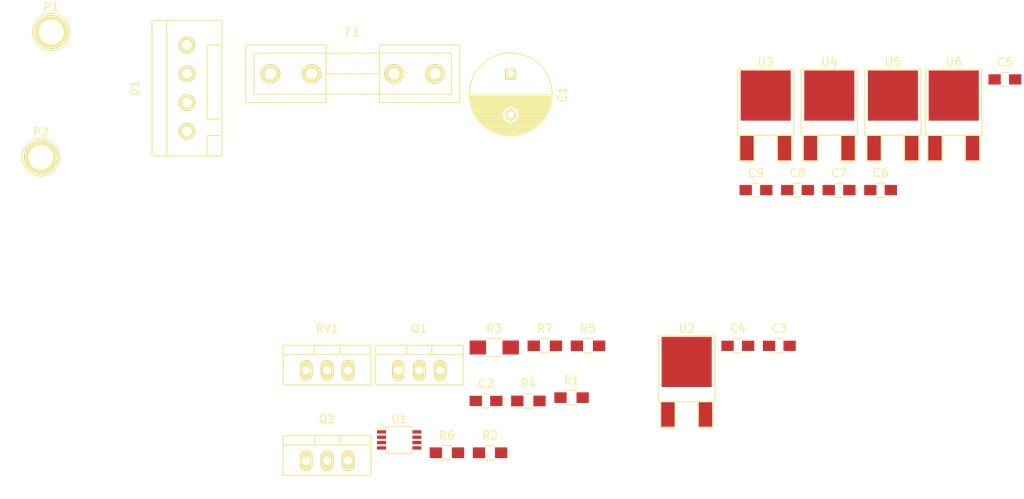
<source format=kicad_pcb>
(kicad_pcb (version 4) (host pcbnew "(2015-12-07 BZR 6352)-product")

  (general
    (links 47)
    (no_connects 47)
    (area 0 0 0 0)
    (thickness 1.6)
    (drawings 0)
    (tracks 0)
    (zones 0)
    (modules 29)
    (nets 19)
  )

  (page A4)
  (layers
    (0 F.Cu signal)
    (31 B.Cu signal)
    (32 B.Adhes user)
    (33 F.Adhes user)
    (34 B.Paste user)
    (35 F.Paste user)
    (36 B.SilkS user)
    (37 F.SilkS user)
    (38 B.Mask user)
    (39 F.Mask user)
    (40 Dwgs.User user)
    (41 Cmts.User user)
    (42 Eco1.User user)
    (43 Eco2.User user)
    (44 Edge.Cuts user)
    (45 Margin user)
    (46 B.CrtYd user)
    (47 F.CrtYd user)
    (48 B.Fab user)
    (49 F.Fab user)
  )

  (setup
    (last_trace_width 0.25)
    (trace_clearance 0.2)
    (zone_clearance 0.508)
    (zone_45_only no)
    (trace_min 0.2)
    (segment_width 0.2)
    (edge_width 0.15)
    (via_size 0.6)
    (via_drill 0.4)
    (via_min_size 0.4)
    (via_min_drill 0.3)
    (uvia_size 0.3)
    (uvia_drill 0.1)
    (uvias_allowed no)
    (uvia_min_size 0.2)
    (uvia_min_drill 0.1)
    (pcb_text_width 0.3)
    (pcb_text_size 1.5 1.5)
    (mod_edge_width 0.15)
    (mod_text_size 1 1)
    (mod_text_width 0.15)
    (pad_size 1.524 1.524)
    (pad_drill 0.762)
    (pad_to_mask_clearance 0.2)
    (aux_axis_origin 0 0)
    (visible_elements FFFFFF7F)
    (pcbplotparams
      (layerselection 0x00030_80000001)
      (usegerberextensions false)
      (excludeedgelayer true)
      (linewidth 0.100000)
      (plotframeref false)
      (viasonmask false)
      (mode 1)
      (useauxorigin false)
      (hpglpennumber 1)
      (hpglpenspeed 20)
      (hpglpendiameter 15)
      (hpglpenoverlay 2)
      (psnegative false)
      (psa4output false)
      (plotreference true)
      (plotvalue true)
      (plotinvisibletext false)
      (padsonsilk false)
      (subtractmaskfromsilk false)
      (outputformat 1)
      (mirror false)
      (drillshape 1)
      (scaleselection 1)
      (outputdirectory ""))
  )

  (net 0 "")
  (net 1 Rectified)
  (net 2 +12V)
  (net 3 OutputAfterPassFET)
  (net 4 "Net-(C6-Pad1)")
  (net 5 "Net-(C7-Pad1)")
  (net 6 "Net-(C8-Pad1)")
  (net 7 "Net-(C9-Pad1)")
  (net 8 15VAC2)
  (net 9 "Net-(D1-Pad3)")
  (net 10 15VAC1)
  (net 11 "Net-(Q1-Pad2)")
  (net 12 AmplifiedVsense)
  (net 13 OutputAfterRsense)
  (net 14 "Net-(R1-Pad2)")
  (net 15 "Net-(R4-Pad2)")
  (net 16 Vsense)
  (net 17 "Net-(R6-Pad2)")
  (net 18 "Net-(U1-Pad4)")

  (net_class Default "This is the default net class."
    (clearance 0.2)
    (trace_width 0.25)
    (via_dia 0.6)
    (via_drill 0.4)
    (uvia_dia 0.3)
    (uvia_drill 0.1)
    (add_net +12V)
    (add_net 15VAC1)
    (add_net 15VAC2)
    (add_net AmplifiedVsense)
    (add_net "Net-(C6-Pad1)")
    (add_net "Net-(C7-Pad1)")
    (add_net "Net-(C8-Pad1)")
    (add_net "Net-(C9-Pad1)")
    (add_net "Net-(D1-Pad3)")
    (add_net "Net-(Q1-Pad2)")
    (add_net "Net-(R1-Pad2)")
    (add_net "Net-(R4-Pad2)")
    (add_net "Net-(R6-Pad2)")
    (add_net "Net-(U1-Pad4)")
    (add_net OutputAfterPassFET)
    (add_net OutputAfterRsense)
    (add_net Rectified)
    (add_net Vsense)
  )

  (module Capacitors_ThroughHole:C_Radial_D10_L13_P5 (layer F.Cu) (tedit 0) (tstamp 56B51CF2)
    (at 186.69 96.52 270)
    (descr "Radial Electrolytic Capacitor Diameter 10mm x Length 13mm, Pitch 5mm")
    (tags "Electrolytic Capacitor")
    (path /56B54DF5)
    (fp_text reference C1 (at 2.5 -6.3 270) (layer F.SilkS)
      (effects (font (size 1 1) (thickness 0.15)))
    )
    (fp_text value 4u7 (at 2.5 6.3 270) (layer F.Fab)
      (effects (font (size 1 1) (thickness 0.15)))
    )
    (fp_line (start 2.575 -4.999) (end 2.575 4.999) (layer F.SilkS) (width 0.15))
    (fp_line (start 2.715 -4.995) (end 2.715 4.995) (layer F.SilkS) (width 0.15))
    (fp_line (start 2.855 -4.987) (end 2.855 4.987) (layer F.SilkS) (width 0.15))
    (fp_line (start 2.995 -4.975) (end 2.995 4.975) (layer F.SilkS) (width 0.15))
    (fp_line (start 3.135 -4.96) (end 3.135 4.96) (layer F.SilkS) (width 0.15))
    (fp_line (start 3.275 -4.94) (end 3.275 4.94) (layer F.SilkS) (width 0.15))
    (fp_line (start 3.415 -4.916) (end 3.415 4.916) (layer F.SilkS) (width 0.15))
    (fp_line (start 3.555 -4.887) (end 3.555 4.887) (layer F.SilkS) (width 0.15))
    (fp_line (start 3.695 -4.855) (end 3.695 4.855) (layer F.SilkS) (width 0.15))
    (fp_line (start 3.835 -4.818) (end 3.835 4.818) (layer F.SilkS) (width 0.15))
    (fp_line (start 3.975 -4.777) (end 3.975 4.777) (layer F.SilkS) (width 0.15))
    (fp_line (start 4.115 -4.732) (end 4.115 -0.466) (layer F.SilkS) (width 0.15))
    (fp_line (start 4.115 0.466) (end 4.115 4.732) (layer F.SilkS) (width 0.15))
    (fp_line (start 4.255 -4.682) (end 4.255 -0.667) (layer F.SilkS) (width 0.15))
    (fp_line (start 4.255 0.667) (end 4.255 4.682) (layer F.SilkS) (width 0.15))
    (fp_line (start 4.395 -4.627) (end 4.395 -0.796) (layer F.SilkS) (width 0.15))
    (fp_line (start 4.395 0.796) (end 4.395 4.627) (layer F.SilkS) (width 0.15))
    (fp_line (start 4.535 -4.567) (end 4.535 -0.885) (layer F.SilkS) (width 0.15))
    (fp_line (start 4.535 0.885) (end 4.535 4.567) (layer F.SilkS) (width 0.15))
    (fp_line (start 4.675 -4.502) (end 4.675 -0.946) (layer F.SilkS) (width 0.15))
    (fp_line (start 4.675 0.946) (end 4.675 4.502) (layer F.SilkS) (width 0.15))
    (fp_line (start 4.815 -4.432) (end 4.815 -0.983) (layer F.SilkS) (width 0.15))
    (fp_line (start 4.815 0.983) (end 4.815 4.432) (layer F.SilkS) (width 0.15))
    (fp_line (start 4.955 -4.356) (end 4.955 -0.999) (layer F.SilkS) (width 0.15))
    (fp_line (start 4.955 0.999) (end 4.955 4.356) (layer F.SilkS) (width 0.15))
    (fp_line (start 5.095 -4.274) (end 5.095 -0.995) (layer F.SilkS) (width 0.15))
    (fp_line (start 5.095 0.995) (end 5.095 4.274) (layer F.SilkS) (width 0.15))
    (fp_line (start 5.235 -4.186) (end 5.235 -0.972) (layer F.SilkS) (width 0.15))
    (fp_line (start 5.235 0.972) (end 5.235 4.186) (layer F.SilkS) (width 0.15))
    (fp_line (start 5.375 -4.091) (end 5.375 -0.927) (layer F.SilkS) (width 0.15))
    (fp_line (start 5.375 0.927) (end 5.375 4.091) (layer F.SilkS) (width 0.15))
    (fp_line (start 5.515 -3.989) (end 5.515 -0.857) (layer F.SilkS) (width 0.15))
    (fp_line (start 5.515 0.857) (end 5.515 3.989) (layer F.SilkS) (width 0.15))
    (fp_line (start 5.655 -3.879) (end 5.655 -0.756) (layer F.SilkS) (width 0.15))
    (fp_line (start 5.655 0.756) (end 5.655 3.879) (layer F.SilkS) (width 0.15))
    (fp_line (start 5.795 -3.761) (end 5.795 -0.607) (layer F.SilkS) (width 0.15))
    (fp_line (start 5.795 0.607) (end 5.795 3.761) (layer F.SilkS) (width 0.15))
    (fp_line (start 5.935 -3.633) (end 5.935 -0.355) (layer F.SilkS) (width 0.15))
    (fp_line (start 5.935 0.355) (end 5.935 3.633) (layer F.SilkS) (width 0.15))
    (fp_line (start 6.075 -3.496) (end 6.075 3.496) (layer F.SilkS) (width 0.15))
    (fp_line (start 6.215 -3.346) (end 6.215 3.346) (layer F.SilkS) (width 0.15))
    (fp_line (start 6.355 -3.184) (end 6.355 3.184) (layer F.SilkS) (width 0.15))
    (fp_line (start 6.495 -3.007) (end 6.495 3.007) (layer F.SilkS) (width 0.15))
    (fp_line (start 6.635 -2.811) (end 6.635 2.811) (layer F.SilkS) (width 0.15))
    (fp_line (start 6.775 -2.593) (end 6.775 2.593) (layer F.SilkS) (width 0.15))
    (fp_line (start 6.915 -2.347) (end 6.915 2.347) (layer F.SilkS) (width 0.15))
    (fp_line (start 7.055 -2.062) (end 7.055 2.062) (layer F.SilkS) (width 0.15))
    (fp_line (start 7.195 -1.72) (end 7.195 1.72) (layer F.SilkS) (width 0.15))
    (fp_line (start 7.335 -1.274) (end 7.335 1.274) (layer F.SilkS) (width 0.15))
    (fp_line (start 7.475 -0.499) (end 7.475 0.499) (layer F.SilkS) (width 0.15))
    (fp_circle (center 5 0) (end 5 -1) (layer F.SilkS) (width 0.15))
    (fp_circle (center 2.5 0) (end 2.5 -5.0375) (layer F.SilkS) (width 0.15))
    (fp_circle (center 2.5 0) (end 2.5 -5.3) (layer F.CrtYd) (width 0.05))
    (pad 1 thru_hole rect (at 0 0 270) (size 1.3 1.3) (drill 0.8) (layers *.Cu *.Mask F.SilkS)
      (net 1 Rectified))
    (pad 2 thru_hole circle (at 5 0 270) (size 1.3 1.3) (drill 0.8) (layers *.Cu *.Mask F.SilkS)
      (net 2 +12V))
    (model Capacitors_ThroughHole.3dshapes/C_Radial_D10_L13_P5.wrl
      (at (xyz 0.0984252 0 0))
      (scale (xyz 1 1 1))
      (rotate (xyz 0 0 90))
    )
  )

  (module Capacitors_SMD:C_0805_HandSoldering (layer F.Cu) (tedit 541A9B8D) (tstamp 56B51CF8)
    (at 183.695001 136.305)
    (descr "Capacitor SMD 0805, hand soldering")
    (tags "capacitor 0805")
    (path /56B51364/56B52E75)
    (attr smd)
    (fp_text reference C2 (at 0 -2.1) (layer F.SilkS)
      (effects (font (size 1 1) (thickness 0.15)))
    )
    (fp_text value .1u (at 0 2.1) (layer F.Fab)
      (effects (font (size 1 1) (thickness 0.15)))
    )
    (fp_line (start -2.3 -1) (end 2.3 -1) (layer F.CrtYd) (width 0.05))
    (fp_line (start -2.3 1) (end 2.3 1) (layer F.CrtYd) (width 0.05))
    (fp_line (start -2.3 -1) (end -2.3 1) (layer F.CrtYd) (width 0.05))
    (fp_line (start 2.3 -1) (end 2.3 1) (layer F.CrtYd) (width 0.05))
    (fp_line (start 0.5 -0.85) (end -0.5 -0.85) (layer F.SilkS) (width 0.15))
    (fp_line (start -0.5 0.85) (end 0.5 0.85) (layer F.SilkS) (width 0.15))
    (pad 1 smd rect (at -1.25 0) (size 1.5 1.25) (layers F.Cu F.Paste F.Mask)
      (net 2 +12V))
    (pad 2 smd rect (at 1.25 0) (size 1.5 1.25) (layers F.Cu F.Paste F.Mask)
      (net 2 +12V))
    (model Capacitors_SMD.3dshapes/C_0805_HandSoldering.wrl
      (at (xyz 0 0 0))
      (scale (xyz 1 1 1))
      (rotate (xyz 0 0 0))
    )
  )

  (module Capacitors_SMD:C_0805_HandSoldering (layer F.Cu) (tedit 541A9B8D) (tstamp 56B51CFE)
    (at 219.365001 129.605)
    (descr "Capacitor SMD 0805, hand soldering")
    (tags "capacitor 0805")
    (path /56B551E0/56B551FA)
    (attr smd)
    (fp_text reference C3 (at 0 -2.1) (layer F.SilkS)
      (effects (font (size 1 1) (thickness 0.15)))
    )
    (fp_text value C (at 0 2.1) (layer F.Fab)
      (effects (font (size 1 1) (thickness 0.15)))
    )
    (fp_line (start -2.3 -1) (end 2.3 -1) (layer F.CrtYd) (width 0.05))
    (fp_line (start -2.3 1) (end 2.3 1) (layer F.CrtYd) (width 0.05))
    (fp_line (start -2.3 -1) (end -2.3 1) (layer F.CrtYd) (width 0.05))
    (fp_line (start 2.3 -1) (end 2.3 1) (layer F.CrtYd) (width 0.05))
    (fp_line (start 0.5 -0.85) (end -0.5 -0.85) (layer F.SilkS) (width 0.15))
    (fp_line (start -0.5 0.85) (end 0.5 0.85) (layer F.SilkS) (width 0.15))
    (pad 1 smd rect (at -1.25 0) (size 1.5 1.25) (layers F.Cu F.Paste F.Mask)
      (net 1 Rectified))
    (pad 2 smd rect (at 1.25 0) (size 1.5 1.25) (layers F.Cu F.Paste F.Mask)
      (net 2 +12V))
    (model Capacitors_SMD.3dshapes/C_0805_HandSoldering.wrl
      (at (xyz 0 0 0))
      (scale (xyz 1 1 1))
      (rotate (xyz 0 0 0))
    )
  )

  (module Capacitors_SMD:C_0805_HandSoldering (layer F.Cu) (tedit 541A9B8D) (tstamp 56B51D04)
    (at 214.315001 129.605)
    (descr "Capacitor SMD 0805, hand soldering")
    (tags "capacitor 0805")
    (path /56B551E0/56B552D1)
    (attr smd)
    (fp_text reference C4 (at 0 -2.1) (layer F.SilkS)
      (effects (font (size 1 1) (thickness 0.15)))
    )
    (fp_text value C (at 0 2.1) (layer F.Fab)
      (effects (font (size 1 1) (thickness 0.15)))
    )
    (fp_line (start -2.3 -1) (end 2.3 -1) (layer F.CrtYd) (width 0.05))
    (fp_line (start -2.3 1) (end 2.3 1) (layer F.CrtYd) (width 0.05))
    (fp_line (start -2.3 -1) (end -2.3 1) (layer F.CrtYd) (width 0.05))
    (fp_line (start 2.3 -1) (end 2.3 1) (layer F.CrtYd) (width 0.05))
    (fp_line (start 0.5 -0.85) (end -0.5 -0.85) (layer F.SilkS) (width 0.15))
    (fp_line (start -0.5 0.85) (end 0.5 0.85) (layer F.SilkS) (width 0.15))
    (pad 1 smd rect (at -1.25 0) (size 1.5 1.25) (layers F.Cu F.Paste F.Mask)
      (net 2 +12V))
    (pad 2 smd rect (at 1.25 0) (size 1.5 1.25) (layers F.Cu F.Paste F.Mask)
      (net 2 +12V))
    (model Capacitors_SMD.3dshapes/C_0805_HandSoldering.wrl
      (at (xyz 0 0 0))
      (scale (xyz 1 1 1))
      (rotate (xyz 0 0 0))
    )
  )

  (module Capacitors_SMD:C_0805_HandSoldering (layer F.Cu) (tedit 541A9B8D) (tstamp 56B51D0A)
    (at 246.795001 97.205)
    (descr "Capacitor SMD 0805, hand soldering")
    (tags "capacitor 0805")
    (path /56B566F7/56B568A6)
    (attr smd)
    (fp_text reference C5 (at 0 -2.1) (layer F.SilkS)
      (effects (font (size 1 1) (thickness 0.15)))
    )
    (fp_text value C (at 0 2.1) (layer F.Fab)
      (effects (font (size 1 1) (thickness 0.15)))
    )
    (fp_line (start -2.3 -1) (end 2.3 -1) (layer F.CrtYd) (width 0.05))
    (fp_line (start -2.3 1) (end 2.3 1) (layer F.CrtYd) (width 0.05))
    (fp_line (start -2.3 -1) (end -2.3 1) (layer F.CrtYd) (width 0.05))
    (fp_line (start 2.3 -1) (end 2.3 1) (layer F.CrtYd) (width 0.05))
    (fp_line (start 0.5 -0.85) (end -0.5 -0.85) (layer F.SilkS) (width 0.15))
    (fp_line (start -0.5 0.85) (end 0.5 0.85) (layer F.SilkS) (width 0.15))
    (pad 1 smd rect (at -1.25 0) (size 1.5 1.25) (layers F.Cu F.Paste F.Mask)
      (net 3 OutputAfterPassFET))
    (pad 2 smd rect (at 1.25 0) (size 1.5 1.25) (layers F.Cu F.Paste F.Mask)
      (net 2 +12V))
    (model Capacitors_SMD.3dshapes/C_0805_HandSoldering.wrl
      (at (xyz 0 0 0))
      (scale (xyz 1 1 1))
      (rotate (xyz 0 0 0))
    )
  )

  (module Capacitors_SMD:C_0805_HandSoldering (layer F.Cu) (tedit 541A9B8D) (tstamp 56B51D10)
    (at 231.675001 110.665)
    (descr "Capacitor SMD 0805, hand soldering")
    (tags "capacitor 0805")
    (path /56B566F7/56B568D5)
    (attr smd)
    (fp_text reference C6 (at 0 -2.1) (layer F.SilkS)
      (effects (font (size 1 1) (thickness 0.15)))
    )
    (fp_text value C (at 0 2.1) (layer F.Fab)
      (effects (font (size 1 1) (thickness 0.15)))
    )
    (fp_line (start -2.3 -1) (end 2.3 -1) (layer F.CrtYd) (width 0.05))
    (fp_line (start -2.3 1) (end 2.3 1) (layer F.CrtYd) (width 0.05))
    (fp_line (start -2.3 -1) (end -2.3 1) (layer F.CrtYd) (width 0.05))
    (fp_line (start 2.3 -1) (end 2.3 1) (layer F.CrtYd) (width 0.05))
    (fp_line (start 0.5 -0.85) (end -0.5 -0.85) (layer F.SilkS) (width 0.15))
    (fp_line (start -0.5 0.85) (end 0.5 0.85) (layer F.SilkS) (width 0.15))
    (pad 1 smd rect (at -1.25 0) (size 1.5 1.25) (layers F.Cu F.Paste F.Mask)
      (net 4 "Net-(C6-Pad1)"))
    (pad 2 smd rect (at 1.25 0) (size 1.5 1.25) (layers F.Cu F.Paste F.Mask)
      (net 2 +12V))
    (model Capacitors_SMD.3dshapes/C_0805_HandSoldering.wrl
      (at (xyz 0 0 0))
      (scale (xyz 1 1 1))
      (rotate (xyz 0 0 0))
    )
  )

  (module Capacitors_SMD:C_0805_HandSoldering (layer F.Cu) (tedit 541A9B8D) (tstamp 56B51D16)
    (at 226.625001 110.665)
    (descr "Capacitor SMD 0805, hand soldering")
    (tags "capacitor 0805")
    (path /56B566F7/56B569BD)
    (attr smd)
    (fp_text reference C7 (at 0 -2.1) (layer F.SilkS)
      (effects (font (size 1 1) (thickness 0.15)))
    )
    (fp_text value C (at 0 2.1) (layer F.Fab)
      (effects (font (size 1 1) (thickness 0.15)))
    )
    (fp_line (start -2.3 -1) (end 2.3 -1) (layer F.CrtYd) (width 0.05))
    (fp_line (start -2.3 1) (end 2.3 1) (layer F.CrtYd) (width 0.05))
    (fp_line (start -2.3 -1) (end -2.3 1) (layer F.CrtYd) (width 0.05))
    (fp_line (start 2.3 -1) (end 2.3 1) (layer F.CrtYd) (width 0.05))
    (fp_line (start 0.5 -0.85) (end -0.5 -0.85) (layer F.SilkS) (width 0.15))
    (fp_line (start -0.5 0.85) (end 0.5 0.85) (layer F.SilkS) (width 0.15))
    (pad 1 smd rect (at -1.25 0) (size 1.5 1.25) (layers F.Cu F.Paste F.Mask)
      (net 5 "Net-(C7-Pad1)"))
    (pad 2 smd rect (at 1.25 0) (size 1.5 1.25) (layers F.Cu F.Paste F.Mask)
      (net 2 +12V))
    (model Capacitors_SMD.3dshapes/C_0805_HandSoldering.wrl
      (at (xyz 0 0 0))
      (scale (xyz 1 1 1))
      (rotate (xyz 0 0 0))
    )
  )

  (module Capacitors_SMD:C_0805_HandSoldering (layer F.Cu) (tedit 541A9B8D) (tstamp 56B51D1C)
    (at 221.575001 110.665)
    (descr "Capacitor SMD 0805, hand soldering")
    (tags "capacitor 0805")
    (path /56B566F7/56B56B0D)
    (attr smd)
    (fp_text reference C8 (at 0 -2.1) (layer F.SilkS)
      (effects (font (size 1 1) (thickness 0.15)))
    )
    (fp_text value C (at 0 2.1) (layer F.Fab)
      (effects (font (size 1 1) (thickness 0.15)))
    )
    (fp_line (start -2.3 -1) (end 2.3 -1) (layer F.CrtYd) (width 0.05))
    (fp_line (start -2.3 1) (end 2.3 1) (layer F.CrtYd) (width 0.05))
    (fp_line (start -2.3 -1) (end -2.3 1) (layer F.CrtYd) (width 0.05))
    (fp_line (start 2.3 -1) (end 2.3 1) (layer F.CrtYd) (width 0.05))
    (fp_line (start 0.5 -0.85) (end -0.5 -0.85) (layer F.SilkS) (width 0.15))
    (fp_line (start -0.5 0.85) (end 0.5 0.85) (layer F.SilkS) (width 0.15))
    (pad 1 smd rect (at -1.25 0) (size 1.5 1.25) (layers F.Cu F.Paste F.Mask)
      (net 6 "Net-(C8-Pad1)"))
    (pad 2 smd rect (at 1.25 0) (size 1.5 1.25) (layers F.Cu F.Paste F.Mask)
      (net 2 +12V))
    (model Capacitors_SMD.3dshapes/C_0805_HandSoldering.wrl
      (at (xyz 0 0 0))
      (scale (xyz 1 1 1))
      (rotate (xyz 0 0 0))
    )
  )

  (module Capacitors_SMD:C_0805_HandSoldering (layer F.Cu) (tedit 541A9B8D) (tstamp 56B51D22)
    (at 216.525001 110.665)
    (descr "Capacitor SMD 0805, hand soldering")
    (tags "capacitor 0805")
    (path /56B566F7/56B56D63)
    (attr smd)
    (fp_text reference C9 (at 0 -2.1) (layer F.SilkS)
      (effects (font (size 1 1) (thickness 0.15)))
    )
    (fp_text value C (at 0 2.1) (layer F.Fab)
      (effects (font (size 1 1) (thickness 0.15)))
    )
    (fp_line (start -2.3 -1) (end 2.3 -1) (layer F.CrtYd) (width 0.05))
    (fp_line (start -2.3 1) (end 2.3 1) (layer F.CrtYd) (width 0.05))
    (fp_line (start -2.3 -1) (end -2.3 1) (layer F.CrtYd) (width 0.05))
    (fp_line (start 2.3 -1) (end 2.3 1) (layer F.CrtYd) (width 0.05))
    (fp_line (start 0.5 -0.85) (end -0.5 -0.85) (layer F.SilkS) (width 0.15))
    (fp_line (start -0.5 0.85) (end 0.5 0.85) (layer F.SilkS) (width 0.15))
    (pad 1 smd rect (at -1.25 0) (size 1.5 1.25) (layers F.Cu F.Paste F.Mask)
      (net 7 "Net-(C9-Pad1)"))
    (pad 2 smd rect (at 1.25 0) (size 1.5 1.25) (layers F.Cu F.Paste F.Mask)
      (net 2 +12V))
    (model Capacitors_SMD.3dshapes/C_0805_HandSoldering.wrl
      (at (xyz 0 0 0))
      (scale (xyz 1 1 1))
      (rotate (xyz 0 0 0))
    )
  )

  (module Sockets_WAGO734:WAGO_734_4pin_Straight (layer F.Cu) (tedit 0) (tstamp 56B51D2A)
    (at 147.32 98.27006 90)
    (descr "WAGO, Serie 734, Socket, Stiftleiste, 4 polig, 4 pin, straight, gerade, Date 05Jul2010,")
    (tags "WAGO, Serie 734, Socket, Stiftleiste, 4 polig, 4 pin, straight, gerade, Date 05Jul2010,")
    (path /56B548BA)
    (fp_text reference D1 (at 0 -6.35 90) (layer F.SilkS)
      (effects (font (size 1 1) (thickness 0.15)))
    )
    (fp_text value Diode_Bridge (at 0 6.35 90) (layer F.Fab)
      (effects (font (size 1 1) (thickness 0.15)))
    )
    (fp_line (start -8.24992 -2.4511) (end 8.24992 -2.4511) (layer F.SilkS) (width 0.15))
    (fp_line (start 5.25018 4.24942) (end 5.25018 2.4511) (layer F.SilkS) (width 0.15))
    (fp_line (start 5.25018 2.4511) (end -3.74904 2.4511) (layer F.SilkS) (width 0.15))
    (fp_line (start -3.74904 4.24942) (end -3.74904 2.4511) (layer F.SilkS) (width 0.15))
    (fp_line (start -8.24992 2.4511) (end -5.75056 2.4511) (layer F.SilkS) (width 0.15))
    (fp_line (start -5.75056 2.4511) (end -5.75056 4.20116) (layer F.SilkS) (width 0.15))
    (fp_line (start 0 4.24942) (end -8.24992 4.24942) (layer F.SilkS) (width 0.15))
    (fp_line (start -8.24992 4.24942) (end -8.24992 -4.24942) (layer F.SilkS) (width 0.15))
    (fp_line (start -8.24992 -4.24942) (end 8.24992 -4.24942) (layer F.SilkS) (width 0.15))
    (fp_line (start 8.24992 -4.24942) (end 8.24992 4.24942) (layer F.SilkS) (width 0.15))
    (fp_line (start 8.24992 4.24942) (end 0 4.24942) (layer F.SilkS) (width 0.15))
    (pad 2 thru_hole circle (at -1.75006 0 90) (size 1.99898 1.99898) (drill 1.19888) (layers *.Cu *.Mask F.SilkS)
      (net 8 15VAC2))
    (pad 1 thru_hole circle (at -5.25018 0 90) (size 1.99898 1.99898) (drill 1.19888) (layers *.Cu *.Mask F.SilkS)
      (net 2 +12V))
    (pad 3 thru_hole circle (at 1.75006 0 90) (size 1.99898 1.99898) (drill 1.19888) (layers *.Cu *.Mask F.SilkS)
      (net 9 "Net-(D1-Pad3)"))
    (pad 4 thru_hole circle (at 5.25018 0 90) (size 1.99898 1.99898) (drill 1.19888) (layers *.Cu *.Mask F.SilkS)
      (net 10 15VAC1))
  )

  (module Fuse_Holders_and_Fuses:Fuseholder5x20_horiz_open_inline_Type-I (layer F.Cu) (tedit 0) (tstamp 56B51D32)
    (at 167.47998 96.52)
    (descr "Fuseholder, 5x20, open, horizontal, Type-I, Inline,")
    (tags "Fuseholder, 5x20, open, horizontal, Type-I, Inline, Sicherungshalter, offen,")
    (path /56B54E3B)
    (fp_text reference F1 (at 0 -5.08) (layer F.SilkS)
      (effects (font (size 1 1) (thickness 0.15)))
    )
    (fp_text value FUSE (at 1.27 5.08) (layer F.Fab)
      (effects (font (size 1 1) (thickness 0.15)))
    )
    (fp_line (start 3.2512 0) (end -3.2512 0) (layer F.SilkS) (width 0.15))
    (fp_line (start 3.2512 -3.50012) (end 3.2512 3.50012) (layer F.SilkS) (width 0.15))
    (fp_line (start 11.99896 3.50012) (end 3.2512 3.50012) (layer F.SilkS) (width 0.15))
    (fp_line (start 11.99896 -3.50012) (end 3.2512 -3.50012) (layer F.SilkS) (width 0.15))
    (fp_line (start -10.74928 2.49936) (end -11.99896 2.49936) (layer F.SilkS) (width 0.15))
    (fp_line (start -10.50036 -2.49936) (end -11.99896 -2.49936) (layer F.SilkS) (width 0.15))
    (fp_line (start 1.50114 2.49936) (end -10.74928 2.49936) (layer F.SilkS) (width 0.15))
    (fp_line (start 1.24968 -2.49936) (end -10.50036 -2.49936) (layer F.SilkS) (width 0.15))
    (fp_line (start 11.99896 2.49936) (end 1.50114 2.49936) (layer F.SilkS) (width 0.15))
    (fp_line (start 11.99896 -2.49936) (end 1.24968 -2.49936) (layer F.SilkS) (width 0.15))
    (fp_line (start 11.99896 -2.49936) (end 11.99896 2.49936) (layer F.SilkS) (width 0.15))
    (fp_line (start 12.99972 -3.50012) (end 11.99896 -3.50012) (layer F.SilkS) (width 0.15))
    (fp_line (start 12.99972 -3.50012) (end 12.99972 3.50012) (layer F.SilkS) (width 0.15))
    (fp_line (start 12.99972 3.50012) (end 11.99896 3.50012) (layer F.SilkS) (width 0.15))
    (fp_line (start -11.99896 -2.49936) (end -11.99896 2.49936) (layer F.SilkS) (width 0.15))
    (fp_line (start -3.2512 -3.50012) (end -12.99972 -3.50012) (layer F.SilkS) (width 0.15))
    (fp_line (start -12.99972 -3.50012) (end -12.99972 3.50012) (layer F.SilkS) (width 0.15))
    (fp_line (start -3.2512 3.50012) (end -12.99972 3.50012) (layer F.SilkS) (width 0.15))
    (fp_line (start -3.2512 -3.50012) (end -3.2512 3.50012) (layer F.SilkS) (width 0.15))
    (pad 2 thru_hole circle (at 5.00126 0) (size 2.3495 2.3495) (drill 1.34874) (layers *.Cu *.Mask F.SilkS)
      (net 1 Rectified))
    (pad 2 thru_hole circle (at 9.99998 0) (size 2.3495 2.3495) (drill 1.34874) (layers *.Cu *.Mask F.SilkS)
      (net 1 Rectified))
    (pad 1 thru_hole circle (at -5.00126 0) (size 2.3495 2.3495) (drill 1.34874) (layers *.Cu *.Mask F.SilkS)
      (net 9 "Net-(D1-Pad3)"))
    (pad 1 thru_hole circle (at -9.99998 0) (size 2.3495 2.3495) (drill 1.34874) (layers *.Cu *.Mask F.SilkS)
      (net 9 "Net-(D1-Pad3)"))
  )

  (module Connect:1pin (layer F.Cu) (tedit 0) (tstamp 56B51D37)
    (at 130.81 91.44)
    (descr "module 1 pin (ou trou mecanique de percage)")
    (tags DEV)
    (path /56B51153)
    (fp_text reference P1 (at 0 -3.048) (layer F.SilkS)
      (effects (font (size 1 1) (thickness 0.15)))
    )
    (fp_text value CONN_01X01 (at 0 2.794) (layer F.Fab)
      (effects (font (size 1 1) (thickness 0.15)))
    )
    (fp_circle (center 0 0) (end 0 -2.286) (layer F.SilkS) (width 0.15))
    (pad 1 thru_hole circle (at 0 0) (size 4.064 4.064) (drill 3.048) (layers *.Cu *.Mask F.SilkS)
      (net 10 15VAC1))
  )

  (module Connect:1pin (layer F.Cu) (tedit 0) (tstamp 56B51D3C)
    (at 129.54 106.68)
    (descr "module 1 pin (ou trou mecanique de percage)")
    (tags DEV)
    (path /56B51202)
    (fp_text reference P2 (at 0 -3.048) (layer F.SilkS)
      (effects (font (size 1 1) (thickness 0.15)))
    )
    (fp_text value CONN_01X01 (at 0 2.794) (layer F.Fab)
      (effects (font (size 1 1) (thickness 0.15)))
    )
    (fp_circle (center 0 0) (end 0 -2.286) (layer F.SilkS) (width 0.15))
    (pad 1 thru_hole circle (at 0 0) (size 4.064 4.064) (drill 3.048) (layers *.Cu *.Mask F.SilkS)
      (net 8 15VAC2))
  )

  (module TO_SOT_Packages_THT:TO-220_Neutral123_Vertical (layer F.Cu) (tedit 0) (tstamp 56B51D43)
    (at 175.569001 132.585)
    (descr "TO-220, Neutral, Vertical,")
    (tags "TO-220, Neutral, Vertical,")
    (path /56B51364/56B52752)
    (fp_text reference Q1 (at 0 -5.08) (layer F.SilkS)
      (effects (font (size 1 1) (thickness 0.15)))
    )
    (fp_text value Q_NMOS_DGS (at 0 3.81) (layer F.Fab)
      (effects (font (size 1 1) (thickness 0.15)))
    )
    (fp_line (start -1.524 -3.048) (end -1.524 -1.905) (layer F.SilkS) (width 0.15))
    (fp_line (start 1.524 -3.048) (end 1.524 -1.905) (layer F.SilkS) (width 0.15))
    (fp_line (start 5.334 -1.905) (end 5.334 1.778) (layer F.SilkS) (width 0.15))
    (fp_line (start 5.334 1.778) (end -5.334 1.778) (layer F.SilkS) (width 0.15))
    (fp_line (start -5.334 1.778) (end -5.334 -1.905) (layer F.SilkS) (width 0.15))
    (fp_line (start 5.334 -3.048) (end 5.334 -1.905) (layer F.SilkS) (width 0.15))
    (fp_line (start 5.334 -1.905) (end -5.334 -1.905) (layer F.SilkS) (width 0.15))
    (fp_line (start -5.334 -1.905) (end -5.334 -3.048) (layer F.SilkS) (width 0.15))
    (fp_line (start 0 -3.048) (end -5.334 -3.048) (layer F.SilkS) (width 0.15))
    (fp_line (start 0 -3.048) (end 5.334 -3.048) (layer F.SilkS) (width 0.15))
    (pad 2 thru_hole oval (at 0 0 90) (size 2.49936 1.50114) (drill 1.00076) (layers *.Cu *.Mask F.SilkS)
      (net 11 "Net-(Q1-Pad2)"))
    (pad 1 thru_hole oval (at -2.54 0 90) (size 2.49936 1.50114) (drill 1.00076) (layers *.Cu *.Mask F.SilkS)
      (net 2 +12V))
    (pad 3 thru_hole oval (at 2.54 0 90) (size 2.49936 1.50114) (drill 1.00076) (layers *.Cu *.Mask F.SilkS)
      (net 12 AmplifiedVsense))
    (model TO_SOT_Packages_THT.3dshapes/TO-220_Neutral123_Vertical.wrl
      (at (xyz 0 0 0))
      (scale (xyz 0.3937 0.3937 0.3937))
      (rotate (xyz 0 0 0))
    )
  )

  (module TO_SOT_Packages_THT:TO-220_Neutral123_Vertical (layer F.Cu) (tedit 0) (tstamp 56B51D4A)
    (at 164.359001 143.575)
    (descr "TO-220, Neutral, Vertical,")
    (tags "TO-220, Neutral, Vertical,")
    (path /56B51364/56B56139)
    (fp_text reference Q2 (at 0 -5.08) (layer F.SilkS)
      (effects (font (size 1 1) (thickness 0.15)))
    )
    (fp_text value Q_PMOS_DGS (at 0 3.81) (layer F.Fab)
      (effects (font (size 1 1) (thickness 0.15)))
    )
    (fp_line (start -1.524 -3.048) (end -1.524 -1.905) (layer F.SilkS) (width 0.15))
    (fp_line (start 1.524 -3.048) (end 1.524 -1.905) (layer F.SilkS) (width 0.15))
    (fp_line (start 5.334 -1.905) (end 5.334 1.778) (layer F.SilkS) (width 0.15))
    (fp_line (start 5.334 1.778) (end -5.334 1.778) (layer F.SilkS) (width 0.15))
    (fp_line (start -5.334 1.778) (end -5.334 -1.905) (layer F.SilkS) (width 0.15))
    (fp_line (start 5.334 -3.048) (end 5.334 -1.905) (layer F.SilkS) (width 0.15))
    (fp_line (start 5.334 -1.905) (end -5.334 -1.905) (layer F.SilkS) (width 0.15))
    (fp_line (start -5.334 -1.905) (end -5.334 -3.048) (layer F.SilkS) (width 0.15))
    (fp_line (start 0 -3.048) (end -5.334 -3.048) (layer F.SilkS) (width 0.15))
    (fp_line (start 0 -3.048) (end 5.334 -3.048) (layer F.SilkS) (width 0.15))
    (pad 2 thru_hole oval (at 0 0 90) (size 2.49936 1.50114) (drill 1.00076) (layers *.Cu *.Mask F.SilkS)
      (net 12 AmplifiedVsense))
    (pad 1 thru_hole oval (at -2.54 0 90) (size 2.49936 1.50114) (drill 1.00076) (layers *.Cu *.Mask F.SilkS)
      (net 3 OutputAfterPassFET))
    (pad 3 thru_hole oval (at 2.54 0 90) (size 2.49936 1.50114) (drill 1.00076) (layers *.Cu *.Mask F.SilkS)
      (net 13 OutputAfterRsense))
    (model TO_SOT_Packages_THT.3dshapes/TO-220_Neutral123_Vertical.wrl
      (at (xyz 0 0 0))
      (scale (xyz 0.3937 0.3937 0.3937))
      (rotate (xyz 0 0 0))
    )
  )

  (module Resistors_SMD:R_0805_HandSoldering (layer F.Cu) (tedit 54189DEE) (tstamp 56B51D50)
    (at 194.095001 135.905)
    (descr "Resistor SMD 0805, hand soldering")
    (tags "resistor 0805")
    (path /56B51364/56B5142E)
    (attr smd)
    (fp_text reference R1 (at 0 -2.1) (layer F.SilkS)
      (effects (font (size 1 1) (thickness 0.15)))
    )
    (fp_text value 10K (at 0 2.1) (layer F.Fab)
      (effects (font (size 1 1) (thickness 0.15)))
    )
    (fp_line (start -2.4 -1) (end 2.4 -1) (layer F.CrtYd) (width 0.05))
    (fp_line (start -2.4 1) (end 2.4 1) (layer F.CrtYd) (width 0.05))
    (fp_line (start -2.4 -1) (end -2.4 1) (layer F.CrtYd) (width 0.05))
    (fp_line (start 2.4 -1) (end 2.4 1) (layer F.CrtYd) (width 0.05))
    (fp_line (start 0.6 0.875) (end -0.6 0.875) (layer F.SilkS) (width 0.15))
    (fp_line (start -0.6 -0.875) (end 0.6 -0.875) (layer F.SilkS) (width 0.15))
    (pad 1 smd rect (at -1.35 0) (size 1.5 1.3) (layers F.Cu F.Paste F.Mask)
      (net 1 Rectified))
    (pad 2 smd rect (at 1.35 0) (size 1.5 1.3) (layers F.Cu F.Paste F.Mask)
      (net 14 "Net-(R1-Pad2)"))
    (model Resistors_SMD.3dshapes/R_0805_HandSoldering.wrl
      (at (xyz 0 0 0))
      (scale (xyz 1 1 1))
      (rotate (xyz 0 0 0))
    )
  )

  (module Resistors_SMD:R_0805_HandSoldering (layer F.Cu) (tedit 54189DEE) (tstamp 56B51D56)
    (at 184.185001 142.605)
    (descr "Resistor SMD 0805, hand soldering")
    (tags "resistor 0805")
    (path /56B51364/56B51478)
    (attr smd)
    (fp_text reference R2 (at 0 -2.1) (layer F.SilkS)
      (effects (font (size 1 1) (thickness 0.15)))
    )
    (fp_text value 10K (at 0 2.1) (layer F.Fab)
      (effects (font (size 1 1) (thickness 0.15)))
    )
    (fp_line (start -2.4 -1) (end 2.4 -1) (layer F.CrtYd) (width 0.05))
    (fp_line (start -2.4 1) (end 2.4 1) (layer F.CrtYd) (width 0.05))
    (fp_line (start -2.4 -1) (end -2.4 1) (layer F.CrtYd) (width 0.05))
    (fp_line (start 2.4 -1) (end 2.4 1) (layer F.CrtYd) (width 0.05))
    (fp_line (start 0.6 0.875) (end -0.6 0.875) (layer F.SilkS) (width 0.15))
    (fp_line (start -0.6 -0.875) (end 0.6 -0.875) (layer F.SilkS) (width 0.15))
    (pad 1 smd rect (at -1.35 0) (size 1.5 1.3) (layers F.Cu F.Paste F.Mask)
      (net 14 "Net-(R1-Pad2)"))
    (pad 2 smd rect (at 1.35 0) (size 1.5 1.3) (layers F.Cu F.Paste F.Mask)
      (net 2 +12V))
    (model Resistors_SMD.3dshapes/R_0805_HandSoldering.wrl
      (at (xyz 0 0 0))
      (scale (xyz 1 1 1))
      (rotate (xyz 0 0 0))
    )
  )

  (module Resistors_SMD:R_1206_HandSoldering (layer F.Cu) (tedit 5418A20D) (tstamp 56B51D5C)
    (at 184.695001 129.805)
    (descr "Resistor SMD 1206, hand soldering")
    (tags "resistor 1206")
    (path /56B51364/56B51373)
    (attr smd)
    (fp_text reference R3 (at 0 -2.3) (layer F.SilkS)
      (effects (font (size 1 1) (thickness 0.15)))
    )
    (fp_text value 0R1 (at 0 2.3) (layer F.Fab)
      (effects (font (size 1 1) (thickness 0.15)))
    )
    (fp_line (start -3.3 -1.2) (end 3.3 -1.2) (layer F.CrtYd) (width 0.05))
    (fp_line (start -3.3 1.2) (end 3.3 1.2) (layer F.CrtYd) (width 0.05))
    (fp_line (start -3.3 -1.2) (end -3.3 1.2) (layer F.CrtYd) (width 0.05))
    (fp_line (start 3.3 -1.2) (end 3.3 1.2) (layer F.CrtYd) (width 0.05))
    (fp_line (start 1 1.075) (end -1 1.075) (layer F.SilkS) (width 0.15))
    (fp_line (start -1 -1.075) (end 1 -1.075) (layer F.SilkS) (width 0.15))
    (pad 1 smd rect (at -2 0) (size 2 1.7) (layers F.Cu F.Paste F.Mask)
      (net 13 OutputAfterRsense))
    (pad 2 smd rect (at 2 0) (size 2 1.7) (layers F.Cu F.Paste F.Mask)
      (net 1 Rectified))
    (model Resistors_SMD.3dshapes/R_1206_HandSoldering.wrl
      (at (xyz 0 0 0))
      (scale (xyz 1 1 1))
      (rotate (xyz 0 0 0))
    )
  )

  (module Resistors_SMD:R_0805_HandSoldering (layer F.Cu) (tedit 54189DEE) (tstamp 56B51D62)
    (at 188.845001 136.305)
    (descr "Resistor SMD 0805, hand soldering")
    (tags "resistor 0805")
    (path /56B51364/56B51B02)
    (attr smd)
    (fp_text reference R4 (at 0 -2.1) (layer F.SilkS)
      (effects (font (size 1 1) (thickness 0.15)))
    )
    (fp_text value 10K (at 0 2.1) (layer F.Fab)
      (effects (font (size 1 1) (thickness 0.15)))
    )
    (fp_line (start -2.4 -1) (end 2.4 -1) (layer F.CrtYd) (width 0.05))
    (fp_line (start -2.4 1) (end 2.4 1) (layer F.CrtYd) (width 0.05))
    (fp_line (start -2.4 -1) (end -2.4 1) (layer F.CrtYd) (width 0.05))
    (fp_line (start 2.4 -1) (end 2.4 1) (layer F.CrtYd) (width 0.05))
    (fp_line (start 0.6 0.875) (end -0.6 0.875) (layer F.SilkS) (width 0.15))
    (fp_line (start -0.6 -0.875) (end 0.6 -0.875) (layer F.SilkS) (width 0.15))
    (pad 1 smd rect (at -1.35 0) (size 1.5 1.3) (layers F.Cu F.Paste F.Mask)
      (net 13 OutputAfterRsense))
    (pad 2 smd rect (at 1.35 0) (size 1.5 1.3) (layers F.Cu F.Paste F.Mask)
      (net 15 "Net-(R4-Pad2)"))
    (model Resistors_SMD.3dshapes/R_0805_HandSoldering.wrl
      (at (xyz 0 0 0))
      (scale (xyz 1 1 1))
      (rotate (xyz 0 0 0))
    )
  )

  (module Resistors_SMD:R_0805_HandSoldering (layer F.Cu) (tedit 54189DEE) (tstamp 56B51D68)
    (at 196.095001 129.605)
    (descr "Resistor SMD 0805, hand soldering")
    (tags "resistor 0805")
    (path /56B51364/56B51B44)
    (attr smd)
    (fp_text reference R5 (at 0 -2.1) (layer F.SilkS)
      (effects (font (size 1 1) (thickness 0.15)))
    )
    (fp_text value 10K (at 0 2.1) (layer F.Fab)
      (effects (font (size 1 1) (thickness 0.15)))
    )
    (fp_line (start -2.4 -1) (end 2.4 -1) (layer F.CrtYd) (width 0.05))
    (fp_line (start -2.4 1) (end 2.4 1) (layer F.CrtYd) (width 0.05))
    (fp_line (start -2.4 -1) (end -2.4 1) (layer F.CrtYd) (width 0.05))
    (fp_line (start 2.4 -1) (end 2.4 1) (layer F.CrtYd) (width 0.05))
    (fp_line (start 0.6 0.875) (end -0.6 0.875) (layer F.SilkS) (width 0.15))
    (fp_line (start -0.6 -0.875) (end 0.6 -0.875) (layer F.SilkS) (width 0.15))
    (pad 1 smd rect (at -1.35 0) (size 1.5 1.3) (layers F.Cu F.Paste F.Mask)
      (net 16 Vsense))
    (pad 2 smd rect (at 1.35 0) (size 1.5 1.3) (layers F.Cu F.Paste F.Mask)
      (net 15 "Net-(R4-Pad2)"))
    (model Resistors_SMD.3dshapes/R_0805_HandSoldering.wrl
      (at (xyz 0 0 0))
      (scale (xyz 1 1 1))
      (rotate (xyz 0 0 0))
    )
  )

  (module Resistors_SMD:R_0805_HandSoldering (layer F.Cu) (tedit 54189DEE) (tstamp 56B51D6E)
    (at 178.935001 142.605)
    (descr "Resistor SMD 0805, hand soldering")
    (tags "resistor 0805")
    (path /56B51364/56B52054)
    (attr smd)
    (fp_text reference R6 (at 0 -2.1) (layer F.SilkS)
      (effects (font (size 1 1) (thickness 0.15)))
    )
    (fp_text value 470K (at 0 2.1) (layer F.Fab)
      (effects (font (size 1 1) (thickness 0.15)))
    )
    (fp_line (start -2.4 -1) (end 2.4 -1) (layer F.CrtYd) (width 0.05))
    (fp_line (start -2.4 1) (end 2.4 1) (layer F.CrtYd) (width 0.05))
    (fp_line (start -2.4 -1) (end -2.4 1) (layer F.CrtYd) (width 0.05))
    (fp_line (start 2.4 -1) (end 2.4 1) (layer F.CrtYd) (width 0.05))
    (fp_line (start 0.6 0.875) (end -0.6 0.875) (layer F.SilkS) (width 0.15))
    (fp_line (start -0.6 -0.875) (end 0.6 -0.875) (layer F.SilkS) (width 0.15))
    (pad 1 smd rect (at -1.35 0) (size 1.5 1.3) (layers F.Cu F.Paste F.Mask)
      (net 12 AmplifiedVsense))
    (pad 2 smd rect (at 1.35 0) (size 1.5 1.3) (layers F.Cu F.Paste F.Mask)
      (net 17 "Net-(R6-Pad2)"))
    (model Resistors_SMD.3dshapes/R_0805_HandSoldering.wrl
      (at (xyz 0 0 0))
      (scale (xyz 1 1 1))
      (rotate (xyz 0 0 0))
    )
  )

  (module Resistors_SMD:R_0805_HandSoldering (layer F.Cu) (tedit 54189DEE) (tstamp 56B51D74)
    (at 190.845001 129.605)
    (descr "Resistor SMD 0805, hand soldering")
    (tags "resistor 0805")
    (path /56B51364/56B5282D)
    (attr smd)
    (fp_text reference R7 (at 0 -2.1) (layer F.SilkS)
      (effects (font (size 1 1) (thickness 0.15)))
    )
    (fp_text value 4K7 (at 0 2.1) (layer F.Fab)
      (effects (font (size 1 1) (thickness 0.15)))
    )
    (fp_line (start -2.4 -1) (end 2.4 -1) (layer F.CrtYd) (width 0.05))
    (fp_line (start -2.4 1) (end 2.4 1) (layer F.CrtYd) (width 0.05))
    (fp_line (start -2.4 -1) (end -2.4 1) (layer F.CrtYd) (width 0.05))
    (fp_line (start 2.4 -1) (end 2.4 1) (layer F.CrtYd) (width 0.05))
    (fp_line (start 0.6 0.875) (end -0.6 0.875) (layer F.SilkS) (width 0.15))
    (fp_line (start -0.6 -0.875) (end 0.6 -0.875) (layer F.SilkS) (width 0.15))
    (pad 1 smd rect (at -1.35 0) (size 1.5 1.3) (layers F.Cu F.Paste F.Mask)
      (net 12 AmplifiedVsense))
    (pad 2 smd rect (at 1.35 0) (size 1.5 1.3) (layers F.Cu F.Paste F.Mask)
      (net 2 +12V))
    (model Resistors_SMD.3dshapes/R_0805_HandSoldering.wrl
      (at (xyz 0 0 0))
      (scale (xyz 1 1 1))
      (rotate (xyz 0 0 0))
    )
  )

  (module TO_SOT_Packages_THT:TO-220_Neutral123_Vertical (layer F.Cu) (tedit 0) (tstamp 56B51D7B)
    (at 164.359001 132.585)
    (descr "TO-220, Neutral, Vertical,")
    (tags "TO-220, Neutral, Vertical,")
    (path /56B51364/56B520F1)
    (fp_text reference RV1 (at 0 -5.08) (layer F.SilkS)
      (effects (font (size 1 1) (thickness 0.15)))
    )
    (fp_text value 10K (at 0 3.81) (layer F.Fab)
      (effects (font (size 1 1) (thickness 0.15)))
    )
    (fp_line (start -1.524 -3.048) (end -1.524 -1.905) (layer F.SilkS) (width 0.15))
    (fp_line (start 1.524 -3.048) (end 1.524 -1.905) (layer F.SilkS) (width 0.15))
    (fp_line (start 5.334 -1.905) (end 5.334 1.778) (layer F.SilkS) (width 0.15))
    (fp_line (start 5.334 1.778) (end -5.334 1.778) (layer F.SilkS) (width 0.15))
    (fp_line (start -5.334 1.778) (end -5.334 -1.905) (layer F.SilkS) (width 0.15))
    (fp_line (start 5.334 -3.048) (end 5.334 -1.905) (layer F.SilkS) (width 0.15))
    (fp_line (start 5.334 -1.905) (end -5.334 -1.905) (layer F.SilkS) (width 0.15))
    (fp_line (start -5.334 -1.905) (end -5.334 -3.048) (layer F.SilkS) (width 0.15))
    (fp_line (start 0 -3.048) (end -5.334 -3.048) (layer F.SilkS) (width 0.15))
    (fp_line (start 0 -3.048) (end 5.334 -3.048) (layer F.SilkS) (width 0.15))
    (pad 2 thru_hole oval (at 0 0 90) (size 2.49936 1.50114) (drill 1.00076) (layers *.Cu *.Mask F.SilkS)
      (net 17 "Net-(R6-Pad2)"))
    (pad 1 thru_hole oval (at -2.54 0 90) (size 2.49936 1.50114) (drill 1.00076) (layers *.Cu *.Mask F.SilkS)
      (net 17 "Net-(R6-Pad2)"))
    (pad 3 thru_hole oval (at 2.54 0 90) (size 2.49936 1.50114) (drill 1.00076) (layers *.Cu *.Mask F.SilkS)
      (net 2 +12V))
    (model TO_SOT_Packages_THT.3dshapes/TO-220_Neutral123_Vertical.wrl
      (at (xyz 0 0 0))
      (scale (xyz 0.3937 0.3937 0.3937))
      (rotate (xyz 0 0 0))
    )
  )

  (module Housings_SSOP:TSSOP-8_3x3mm_Pitch0.65mm (layer F.Cu) (tedit 54130A77) (tstamp 56B51D87)
    (at 173.135001 141.045)
    (descr "TSSOP8: plastic thin shrink small outline package; 8 leads; body width 3 mm; (see NXP SSOP-TSSOP-VSO-REFLOW.pdf and sot505-1_po.pdf)")
    (tags "SSOP 0.65")
    (path /56B51364/56B51D0F)
    (attr smd)
    (fp_text reference U1 (at 0 -2.55) (layer F.SilkS)
      (effects (font (size 1 1) (thickness 0.15)))
    )
    (fp_text value TL972 (at 0 2.55) (layer F.Fab)
      (effects (font (size 1 1) (thickness 0.15)))
    )
    (fp_line (start -2.95 -1.8) (end -2.95 1.8) (layer F.CrtYd) (width 0.05))
    (fp_line (start 2.95 -1.8) (end 2.95 1.8) (layer F.CrtYd) (width 0.05))
    (fp_line (start -2.95 -1.8) (end 2.95 -1.8) (layer F.CrtYd) (width 0.05))
    (fp_line (start -2.95 1.8) (end 2.95 1.8) (layer F.CrtYd) (width 0.05))
    (fp_line (start -1.625 -1.625) (end -1.625 -1.4) (layer F.SilkS) (width 0.15))
    (fp_line (start 1.625 -1.625) (end 1.625 -1.4) (layer F.SilkS) (width 0.15))
    (fp_line (start 1.625 1.625) (end 1.625 1.4) (layer F.SilkS) (width 0.15))
    (fp_line (start -1.625 1.625) (end -1.625 1.4) (layer F.SilkS) (width 0.15))
    (fp_line (start -1.625 -1.625) (end 1.625 -1.625) (layer F.SilkS) (width 0.15))
    (fp_line (start -1.625 1.625) (end 1.625 1.625) (layer F.SilkS) (width 0.15))
    (fp_line (start -1.625 -1.4) (end -2.7 -1.4) (layer F.SilkS) (width 0.15))
    (pad 1 smd rect (at -2.15 -0.975) (size 1.1 0.4) (layers F.Cu F.Paste F.Mask)
      (net 16 Vsense))
    (pad 2 smd rect (at -2.15 -0.325) (size 1.1 0.4) (layers F.Cu F.Paste F.Mask)
      (net 15 "Net-(R4-Pad2)"))
    (pad 3 smd rect (at -2.15 0.325) (size 1.1 0.4) (layers F.Cu F.Paste F.Mask)
      (net 14 "Net-(R1-Pad2)"))
    (pad 4 smd rect (at -2.15 0.975) (size 1.1 0.4) (layers F.Cu F.Paste F.Mask)
      (net 18 "Net-(U1-Pad4)"))
    (pad 5 smd rect (at 2.15 0.975) (size 1.1 0.4) (layers F.Cu F.Paste F.Mask)
      (net 16 Vsense))
    (pad 6 smd rect (at 2.15 0.325) (size 1.1 0.4) (layers F.Cu F.Paste F.Mask)
      (net 17 "Net-(R6-Pad2)"))
    (pad 7 smd rect (at 2.15 -0.325) (size 1.1 0.4) (layers F.Cu F.Paste F.Mask)
      (net 11 "Net-(Q1-Pad2)"))
    (pad 8 smd rect (at 2.15 -0.975) (size 1.1 0.4) (layers F.Cu F.Paste F.Mask)
      (net 2 +12V))
    (model Housings_SSOP.3dshapes/TSSOP-8_3x3mm_Pitch0.65mm.wrl
      (at (xyz 0 0 0))
      (scale (xyz 1 1 1))
      (rotate (xyz 0 0 0))
    )
  )

  (module TO_SOT_Packages_SMD:TO-252-2Lead (layer F.Cu) (tedit 0) (tstamp 56B51D8E)
    (at 208.094001 137.919)
    (descr "DPAK / TO-252 2-lead smd package")
    (tags "dpak TO-252")
    (path /56B551E0/56B55222)
    (attr smd)
    (fp_text reference U2 (at 0 -10.414) (layer F.SilkS)
      (effects (font (size 1 1) (thickness 0.15)))
    )
    (fp_text value LM7812 (at 0 -2.413) (layer F.Fab)
      (effects (font (size 1 1) (thickness 0.15)))
    )
    (fp_line (start 1.397 -1.524) (end 1.397 1.651) (layer F.SilkS) (width 0.15))
    (fp_line (start 1.397 1.651) (end 3.175 1.651) (layer F.SilkS) (width 0.15))
    (fp_line (start 3.175 1.651) (end 3.175 -1.524) (layer F.SilkS) (width 0.15))
    (fp_line (start -3.175 -1.524) (end -3.175 1.651) (layer F.SilkS) (width 0.15))
    (fp_line (start -3.175 1.651) (end -1.397 1.651) (layer F.SilkS) (width 0.15))
    (fp_line (start -1.397 1.651) (end -1.397 -1.524) (layer F.SilkS) (width 0.15))
    (fp_line (start 3.429 -7.62) (end 3.429 -1.524) (layer F.SilkS) (width 0.15))
    (fp_line (start 3.429 -1.524) (end -3.429 -1.524) (layer F.SilkS) (width 0.15))
    (fp_line (start -3.429 -1.524) (end -3.429 -9.398) (layer F.SilkS) (width 0.15))
    (fp_line (start -3.429 -9.525) (end 3.429 -9.525) (layer F.SilkS) (width 0.15))
    (fp_line (start 3.429 -9.398) (end 3.429 -7.62) (layer F.SilkS) (width 0.15))
    (pad 1 smd rect (at -2.286 0) (size 1.651 3.048) (layers F.Cu F.Paste F.Mask))
    (pad 2 smd rect (at 0 -6.35) (size 6.096 6.096) (layers F.Cu F.Paste F.Mask))
    (pad 3 smd rect (at 2.286 0) (size 1.651 3.048) (layers F.Cu F.Paste F.Mask))
    (model TO_SOT_Packages_SMD.3dshapes/TO-252-2Lead.wrl
      (at (xyz 0 0 0))
      (scale (xyz 1 1 1))
      (rotate (xyz 0 0 0))
    )
  )

  (module TO_SOT_Packages_SMD:TO-252-2Lead (layer F.Cu) (tedit 0) (tstamp 56B51D95)
    (at 217.704001 105.519)
    (descr "DPAK / TO-252 2-lead smd package")
    (tags "dpak TO-252")
    (path /56B566F7/56B567EA)
    (attr smd)
    (fp_text reference U3 (at 0 -10.414) (layer F.SilkS)
      (effects (font (size 1 1) (thickness 0.15)))
    )
    (fp_text value LM7812 (at 0 -2.413) (layer F.Fab)
      (effects (font (size 1 1) (thickness 0.15)))
    )
    (fp_line (start 1.397 -1.524) (end 1.397 1.651) (layer F.SilkS) (width 0.15))
    (fp_line (start 1.397 1.651) (end 3.175 1.651) (layer F.SilkS) (width 0.15))
    (fp_line (start 3.175 1.651) (end 3.175 -1.524) (layer F.SilkS) (width 0.15))
    (fp_line (start -3.175 -1.524) (end -3.175 1.651) (layer F.SilkS) (width 0.15))
    (fp_line (start -3.175 1.651) (end -1.397 1.651) (layer F.SilkS) (width 0.15))
    (fp_line (start -1.397 1.651) (end -1.397 -1.524) (layer F.SilkS) (width 0.15))
    (fp_line (start 3.429 -7.62) (end 3.429 -1.524) (layer F.SilkS) (width 0.15))
    (fp_line (start 3.429 -1.524) (end -3.429 -1.524) (layer F.SilkS) (width 0.15))
    (fp_line (start -3.429 -1.524) (end -3.429 -9.398) (layer F.SilkS) (width 0.15))
    (fp_line (start -3.429 -9.525) (end 3.429 -9.525) (layer F.SilkS) (width 0.15))
    (fp_line (start 3.429 -9.398) (end 3.429 -7.62) (layer F.SilkS) (width 0.15))
    (pad 1 smd rect (at -2.286 0) (size 1.651 3.048) (layers F.Cu F.Paste F.Mask))
    (pad 2 smd rect (at 0 -6.35) (size 6.096 6.096) (layers F.Cu F.Paste F.Mask))
    (pad 3 smd rect (at 2.286 0) (size 1.651 3.048) (layers F.Cu F.Paste F.Mask))
    (model TO_SOT_Packages_SMD.3dshapes/TO-252-2Lead.wrl
      (at (xyz 0 0 0))
      (scale (xyz 1 1 1))
      (rotate (xyz 0 0 0))
    )
  )

  (module TO_SOT_Packages_SMD:TO-252-2Lead (layer F.Cu) (tedit 0) (tstamp 56B51D9C)
    (at 225.436905 105.519)
    (descr "DPAK / TO-252 2-lead smd package")
    (tags "dpak TO-252")
    (path /56B566F7/56B56961)
    (attr smd)
    (fp_text reference U4 (at 0 -10.414) (layer F.SilkS)
      (effects (font (size 1 1) (thickness 0.15)))
    )
    (fp_text value LM7809CT (at 0 -2.413) (layer F.Fab)
      (effects (font (size 1 1) (thickness 0.15)))
    )
    (fp_line (start 1.397 -1.524) (end 1.397 1.651) (layer F.SilkS) (width 0.15))
    (fp_line (start 1.397 1.651) (end 3.175 1.651) (layer F.SilkS) (width 0.15))
    (fp_line (start 3.175 1.651) (end 3.175 -1.524) (layer F.SilkS) (width 0.15))
    (fp_line (start -3.175 -1.524) (end -3.175 1.651) (layer F.SilkS) (width 0.15))
    (fp_line (start -3.175 1.651) (end -1.397 1.651) (layer F.SilkS) (width 0.15))
    (fp_line (start -1.397 1.651) (end -1.397 -1.524) (layer F.SilkS) (width 0.15))
    (fp_line (start 3.429 -7.62) (end 3.429 -1.524) (layer F.SilkS) (width 0.15))
    (fp_line (start 3.429 -1.524) (end -3.429 -1.524) (layer F.SilkS) (width 0.15))
    (fp_line (start -3.429 -1.524) (end -3.429 -9.398) (layer F.SilkS) (width 0.15))
    (fp_line (start -3.429 -9.525) (end 3.429 -9.525) (layer F.SilkS) (width 0.15))
    (fp_line (start 3.429 -9.398) (end 3.429 -7.62) (layer F.SilkS) (width 0.15))
    (pad 1 smd rect (at -2.286 0) (size 1.651 3.048) (layers F.Cu F.Paste F.Mask)
      (net 4 "Net-(C6-Pad1)"))
    (pad 2 smd rect (at 0 -6.35) (size 6.096 6.096) (layers F.Cu F.Paste F.Mask)
      (net 2 +12V))
    (pad 3 smd rect (at 2.286 0) (size 1.651 3.048) (layers F.Cu F.Paste F.Mask)
      (net 5 "Net-(C7-Pad1)"))
    (model TO_SOT_Packages_SMD.3dshapes/TO-252-2Lead.wrl
      (at (xyz 0 0 0))
      (scale (xyz 1 1 1))
      (rotate (xyz 0 0 0))
    )
  )

  (module TO_SOT_Packages_SMD:TO-252-2Lead (layer F.Cu) (tedit 0) (tstamp 56B51DA3)
    (at 233.174001 105.519)
    (descr "DPAK / TO-252 2-lead smd package")
    (tags "dpak TO-252")
    (path /56B566F7/56B56A90)
    (attr smd)
    (fp_text reference U5 (at 0 -10.414) (layer F.SilkS)
      (effects (font (size 1 1) (thickness 0.15)))
    )
    (fp_text value LM7805 (at 0 -2.413) (layer F.Fab)
      (effects (font (size 1 1) (thickness 0.15)))
    )
    (fp_line (start 1.397 -1.524) (end 1.397 1.651) (layer F.SilkS) (width 0.15))
    (fp_line (start 1.397 1.651) (end 3.175 1.651) (layer F.SilkS) (width 0.15))
    (fp_line (start 3.175 1.651) (end 3.175 -1.524) (layer F.SilkS) (width 0.15))
    (fp_line (start -3.175 -1.524) (end -3.175 1.651) (layer F.SilkS) (width 0.15))
    (fp_line (start -3.175 1.651) (end -1.397 1.651) (layer F.SilkS) (width 0.15))
    (fp_line (start -1.397 1.651) (end -1.397 -1.524) (layer F.SilkS) (width 0.15))
    (fp_line (start 3.429 -7.62) (end 3.429 -1.524) (layer F.SilkS) (width 0.15))
    (fp_line (start 3.429 -1.524) (end -3.429 -1.524) (layer F.SilkS) (width 0.15))
    (fp_line (start -3.429 -1.524) (end -3.429 -9.398) (layer F.SilkS) (width 0.15))
    (fp_line (start -3.429 -9.525) (end 3.429 -9.525) (layer F.SilkS) (width 0.15))
    (fp_line (start 3.429 -9.398) (end 3.429 -7.62) (layer F.SilkS) (width 0.15))
    (pad 1 smd rect (at -2.286 0) (size 1.651 3.048) (layers F.Cu F.Paste F.Mask))
    (pad 2 smd rect (at 0 -6.35) (size 6.096 6.096) (layers F.Cu F.Paste F.Mask))
    (pad 3 smd rect (at 2.286 0) (size 1.651 3.048) (layers F.Cu F.Paste F.Mask))
    (model TO_SOT_Packages_SMD.3dshapes/TO-252-2Lead.wrl
      (at (xyz 0 0 0))
      (scale (xyz 1 1 1))
      (rotate (xyz 0 0 0))
    )
  )

  (module TO_SOT_Packages_SMD:TO-252-2Lead (layer F.Cu) (tedit 0) (tstamp 56B51DAA)
    (at 240.574001 105.519)
    (descr "DPAK / TO-252 2-lead smd package")
    (tags "dpak TO-252")
    (path /56B566F7/56B5723C)
    (attr smd)
    (fp_text reference U6 (at 0 -10.414) (layer F.SilkS)
      (effects (font (size 1 1) (thickness 0.15)))
    )
    (fp_text value LD33V3 (at 0 -2.413) (layer F.Fab)
      (effects (font (size 1 1) (thickness 0.15)))
    )
    (fp_line (start 1.397 -1.524) (end 1.397 1.651) (layer F.SilkS) (width 0.15))
    (fp_line (start 1.397 1.651) (end 3.175 1.651) (layer F.SilkS) (width 0.15))
    (fp_line (start 3.175 1.651) (end 3.175 -1.524) (layer F.SilkS) (width 0.15))
    (fp_line (start -3.175 -1.524) (end -3.175 1.651) (layer F.SilkS) (width 0.15))
    (fp_line (start -3.175 1.651) (end -1.397 1.651) (layer F.SilkS) (width 0.15))
    (fp_line (start -1.397 1.651) (end -1.397 -1.524) (layer F.SilkS) (width 0.15))
    (fp_line (start 3.429 -7.62) (end 3.429 -1.524) (layer F.SilkS) (width 0.15))
    (fp_line (start 3.429 -1.524) (end -3.429 -1.524) (layer F.SilkS) (width 0.15))
    (fp_line (start -3.429 -1.524) (end -3.429 -9.398) (layer F.SilkS) (width 0.15))
    (fp_line (start -3.429 -9.525) (end 3.429 -9.525) (layer F.SilkS) (width 0.15))
    (fp_line (start 3.429 -9.398) (end 3.429 -7.62) (layer F.SilkS) (width 0.15))
    (pad 1 smd rect (at -2.286 0) (size 1.651 3.048) (layers F.Cu F.Paste F.Mask)
      (net 2 +12V))
    (pad 2 smd rect (at 0 -6.35) (size 6.096 6.096) (layers F.Cu F.Paste F.Mask)
      (net 7 "Net-(C9-Pad1)"))
    (pad 3 smd rect (at 2.286 0) (size 1.651 3.048) (layers F.Cu F.Paste F.Mask)
      (net 6 "Net-(C8-Pad1)"))
    (model TO_SOT_Packages_SMD.3dshapes/TO-252-2Lead.wrl
      (at (xyz 0 0 0))
      (scale (xyz 1 1 1))
      (rotate (xyz 0 0 0))
    )
  )

)

</source>
